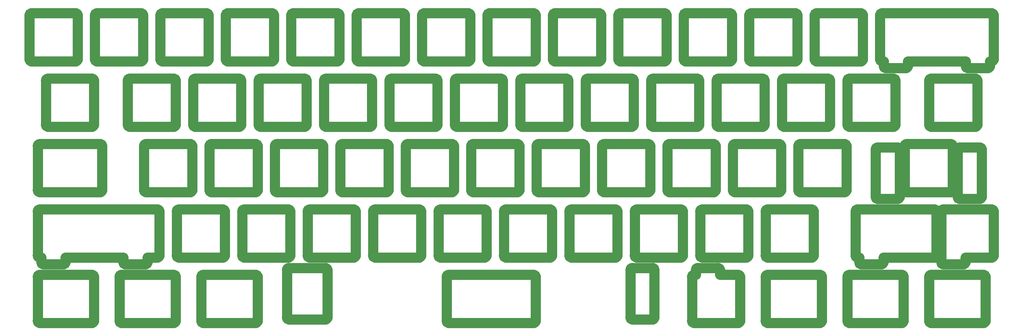
<source format=gbr>
%TF.GenerationSoftware,KiCad,Pcbnew,(5.1.11)-1*%
%TF.CreationDate,2022-09-03T23:45:10+07:00*%
%TF.ProjectId,Plate,506c6174-652e-46b6-9963-61645f706362,rev?*%
%TF.SameCoordinates,Original*%
%TF.FileFunction,Soldermask,Bot*%
%TF.FilePolarity,Negative*%
%FSLAX46Y46*%
G04 Gerber Fmt 4.6, Leading zero omitted, Abs format (unit mm)*
G04 Created by KiCad (PCBNEW (5.1.11)-1) date 2022-09-03 23:45:10*
%MOMM*%
%LPD*%
G01*
G04 APERTURE LIST*
%ADD10C,3.000000*%
G04 APERTURE END LIST*
D10*
X5406250Y-92725000D02*
G75*
G02*
X4906250Y-92225000I0J500000D01*
G01*
X195406250Y-79225000D02*
G75*
G02*
X195906250Y-78725000I500000J0D01*
G01*
X195406250Y-92225000D02*
X195406250Y-79225000D01*
X195906250Y-92725000D02*
G75*
G02*
X195406250Y-92225000I0J500000D01*
G01*
X208906250Y-92725000D02*
X195906250Y-92725000D01*
X209406250Y-92225000D02*
G75*
G02*
X208906250Y-92725000I-500000J0D01*
G01*
X209406250Y-79225000D02*
X209406250Y-92225000D01*
X208906250Y-78725000D02*
G75*
G02*
X209406250Y-79225000I0J-500000D01*
G01*
X203525000Y-78725000D02*
X208906250Y-78725000D01*
X203525000Y-77225000D02*
X203525000Y-78725000D01*
X203025000Y-76725000D02*
G75*
G02*
X203525000Y-77225000I0J-500000D01*
G01*
X197025000Y-76725000D02*
X203025000Y-76725000D01*
X196525000Y-77225000D02*
G75*
G02*
X197025000Y-76725000I500000J0D01*
G01*
X196525000Y-78725000D02*
X196525000Y-77225000D01*
X195906250Y-78725000D02*
X196525000Y-78725000D01*
X177968750Y-91725000D02*
G75*
G02*
X177468750Y-91225000I0J500000D01*
G01*
X183968750Y-91725000D02*
X177968750Y-91725000D01*
X184468750Y-91225000D02*
G75*
G02*
X183968750Y-91725000I-500000J0D01*
G01*
X184468750Y-77225000D02*
X184468750Y-91225000D01*
X183968750Y-76725000D02*
G75*
G02*
X184468750Y-77225000I0J-500000D01*
G01*
X177968750Y-76725000D02*
X183968750Y-76725000D01*
X177468750Y-77225000D02*
G75*
G02*
X177968750Y-76725000I500000J0D01*
G01*
X177468750Y-91225000D02*
X177468750Y-77225000D01*
X89225000Y-91225000D02*
G75*
G02*
X88725000Y-91725000I-500000J0D01*
G01*
X89225000Y-77225000D02*
X89225000Y-91225000D01*
X88725000Y-76725000D02*
G75*
G02*
X89225000Y-77225000I0J-500000D01*
G01*
X77968750Y-76725000D02*
X88725000Y-76725000D01*
X77468750Y-77225000D02*
G75*
G02*
X77968750Y-76725000I500000J0D01*
G01*
X77468750Y-91225000D02*
X77468750Y-77225000D01*
X77968750Y-91725000D02*
G75*
G02*
X77468750Y-91225000I0J500000D01*
G01*
X88725000Y-91725000D02*
X77968750Y-91725000D01*
X173975000Y-3024999D02*
G75*
G02*
X174475000Y-2524999I500000J0D01*
G01*
X173975000Y-16024999D02*
X173975000Y-3025000D01*
X174474999Y-16525000D02*
G75*
G02*
X173975000Y-16024999I1J500000D01*
G01*
X187475000Y-16525000D02*
X174475000Y-16525000D01*
X187975001Y-16024999D02*
G75*
G02*
X187475000Y-16525000I-500001J0D01*
G01*
X187975000Y-3025000D02*
X187975000Y-16024999D01*
X187475001Y-2524999D02*
G75*
G02*
X187975000Y-3025000I-1J-500000D01*
G01*
X174475000Y-2524999D02*
X187475000Y-2524999D01*
X212075000Y-3024999D02*
G75*
G02*
X212575000Y-2524999I500000J0D01*
G01*
X212075000Y-16024999D02*
X212075000Y-3025000D01*
X212574999Y-16525000D02*
G75*
G02*
X212075000Y-16024999I1J500000D01*
G01*
X225575000Y-16525000D02*
X212575000Y-16525000D01*
X226075001Y-16024999D02*
G75*
G02*
X225575000Y-16525000I-500001J0D01*
G01*
X226075000Y-3025000D02*
X226075000Y-16024999D01*
X225575001Y-2524999D02*
G75*
G02*
X226075000Y-3025000I-1J-500000D01*
G01*
X212575000Y-2524999D02*
X225575000Y-2524999D01*
X7287500Y-22075000D02*
G75*
G02*
X7787500Y-21575000I500000J0D01*
G01*
X7287500Y-35075000D02*
X7287500Y-22074999D01*
X7787500Y-35575000D02*
G75*
G02*
X7287500Y-35075000I0J500000D01*
G01*
X20787500Y-35575000D02*
X7787500Y-35575000D01*
X21287500Y-35075000D02*
G75*
G02*
X20787500Y-35575000I-500000J0D01*
G01*
X21287500Y-22075000D02*
X21287500Y-35075000D01*
X20787500Y-21575000D02*
G75*
G02*
X21287500Y-22075000I0J-500000D01*
G01*
X7787500Y-21575000D02*
X20787500Y-21575000D01*
X193025000Y-3024999D02*
G75*
G02*
X193525000Y-2524999I500000J0D01*
G01*
X193025000Y-16024999D02*
X193025000Y-3025000D01*
X193524999Y-16525000D02*
G75*
G02*
X193025000Y-16024999I1J500000D01*
G01*
X206525000Y-16525000D02*
X193525000Y-16525000D01*
X207025001Y-16024999D02*
G75*
G02*
X206525000Y-16525000I-500001J0D01*
G01*
X207025000Y-3025000D02*
X207025000Y-16024999D01*
X206525001Y-2524999D02*
G75*
G02*
X207025000Y-3025000I-1J-500000D01*
G01*
X193525000Y-2524999D02*
X206525000Y-2524999D01*
X231125000Y-3024999D02*
G75*
G02*
X231625000Y-2524999I500000J0D01*
G01*
X231125000Y-16024999D02*
X231125000Y-3025000D01*
X231624999Y-16525000D02*
G75*
G02*
X231125000Y-16024999I1J500000D01*
G01*
X244625000Y-16525000D02*
X231625000Y-16525000D01*
X245125001Y-16024999D02*
G75*
G02*
X244625000Y-16525000I-500001J0D01*
G01*
X245125000Y-3025000D02*
X245125000Y-16024999D01*
X244625001Y-2524999D02*
G75*
G02*
X245125000Y-3025000I-1J-500000D01*
G01*
X231625000Y-2524999D02*
X244625000Y-2524999D01*
X282725001Y-2524999D02*
G75*
G02*
X283225000Y-3025000I-1J-500000D01*
G01*
X250675000Y-2525000D02*
X282725000Y-2524999D01*
X250175000Y-3025000D02*
G75*
G02*
X250675000Y-2525000I500000J0D01*
G01*
X250175000Y-16024999D02*
X250175000Y-3025000D01*
X250674999Y-16525000D02*
G75*
G02*
X250175000Y-16024999I1J500000D01*
G01*
X251262000Y-16524999D02*
X250675000Y-16525000D01*
X251262000Y-18025000D02*
X251262000Y-16524999D01*
X251762000Y-18525000D02*
G75*
G02*
X251262000Y-18025000I0J500000D01*
G01*
X257762000Y-18525000D02*
X251762000Y-18525000D01*
X258262000Y-18025000D02*
G75*
G02*
X257762000Y-18525000I-500000J0D01*
G01*
X258262000Y-16524999D02*
X258262000Y-18025000D01*
X275138000Y-16524999D02*
X258262000Y-16524999D01*
X275138000Y-18025000D02*
X275138000Y-16524999D01*
X275638001Y-18524999D02*
G75*
G02*
X275138000Y-18025000I-1J500000D01*
G01*
X281638000Y-18525000D02*
X275638000Y-18525000D01*
X282138000Y-18025000D02*
G75*
G02*
X281638000Y-18525000I-500000J0D01*
G01*
X282138000Y-16524999D02*
X282138000Y-18025000D01*
X282725000Y-16525000D02*
X282138000Y-16524999D01*
X283225001Y-16024999D02*
G75*
G02*
X282725000Y-16525000I-500001J0D01*
G01*
X283225000Y-3025000D02*
X283225000Y-16024999D01*
X154925000Y-3024999D02*
G75*
G02*
X155425000Y-2524999I500000J0D01*
G01*
X154925000Y-16024999D02*
X154925000Y-3025000D01*
X155424999Y-16525000D02*
G75*
G02*
X154925000Y-16024999I1J500000D01*
G01*
X168425000Y-16525000D02*
X155425000Y-16525000D01*
X168925001Y-16024999D02*
G75*
G02*
X168425000Y-16525000I-500001J0D01*
G01*
X168925000Y-3025000D02*
X168925000Y-16024999D01*
X168425001Y-2524999D02*
G75*
G02*
X168925000Y-3025000I-1J-500000D01*
G01*
X155425000Y-2524999D02*
X168425000Y-2524999D01*
X135875000Y-3024999D02*
G75*
G02*
X136375000Y-2524999I500000J0D01*
G01*
X135875000Y-16024999D02*
X135875000Y-3025000D01*
X136374999Y-16525000D02*
G75*
G02*
X135875000Y-16024999I1J500000D01*
G01*
X149375000Y-16525000D02*
X136375000Y-16525000D01*
X149875001Y-16024999D02*
G75*
G02*
X149375000Y-16525000I-500001J0D01*
G01*
X149875000Y-3025000D02*
X149875000Y-16024999D01*
X149375001Y-2524999D02*
G75*
G02*
X149875000Y-3025000I-1J-500000D01*
G01*
X136375000Y-2524999D02*
X149375000Y-2524999D01*
X116825000Y-3024999D02*
G75*
G02*
X117325000Y-2524999I500000J0D01*
G01*
X116825000Y-16024999D02*
X116825000Y-3025000D01*
X117324999Y-16525000D02*
G75*
G02*
X116825000Y-16024999I1J500000D01*
G01*
X130324999Y-16525000D02*
X117325000Y-16525000D01*
X130825000Y-16024999D02*
G75*
G02*
X130324999Y-16525000I-500001J0D01*
G01*
X130824999Y-3025000D02*
X130824999Y-16024999D01*
X130325000Y-2524999D02*
G75*
G02*
X130824999Y-3025000I-1J-500000D01*
G01*
X117325000Y-2524999D02*
X130324999Y-2524999D01*
X97775000Y-3024999D02*
G75*
G02*
X98275000Y-2524999I500000J0D01*
G01*
X97775000Y-16024999D02*
X97775000Y-3025000D01*
X98274999Y-16525000D02*
G75*
G02*
X97775000Y-16024999I1J500000D01*
G01*
X111275000Y-16525000D02*
X98275000Y-16525000D01*
X111775001Y-16024999D02*
G75*
G02*
X111275000Y-16525000I-500001J0D01*
G01*
X111775000Y-3025000D02*
X111775000Y-16024999D01*
X111275000Y-2525000D02*
G75*
G02*
X111775000Y-3025000I0J-500000D01*
G01*
X98275000Y-2524999D02*
X111275000Y-2524999D01*
X40624999Y-3025000D02*
G75*
G02*
X41125000Y-2524999I500001J0D01*
G01*
X40625000Y-16024999D02*
X40624999Y-3025000D01*
X41125000Y-16524999D02*
G75*
G02*
X40625000Y-16024999I0J500000D01*
G01*
X54125000Y-16525000D02*
X41125000Y-16524999D01*
X54625000Y-16025000D02*
G75*
G02*
X54125000Y-16525000I-500000J0D01*
G01*
X54625000Y-3025000D02*
X54625000Y-16024999D01*
X54125001Y-2524999D02*
G75*
G02*
X54625000Y-3025000I-1J-500000D01*
G01*
X41125000Y-2524999D02*
X54125000Y-2525000D01*
X78725000Y-3024999D02*
G75*
G02*
X79225000Y-2524999I500000J0D01*
G01*
X78725000Y-16024999D02*
X78725000Y-3025000D01*
X79225000Y-16524999D02*
G75*
G02*
X78725000Y-16024999I0J500000D01*
G01*
X92225000Y-16525000D02*
X79225000Y-16524999D01*
X92725001Y-16024999D02*
G75*
G02*
X92225000Y-16525000I-500001J0D01*
G01*
X92725000Y-3025000D02*
X92725000Y-16024999D01*
X92225000Y-2525000D02*
G75*
G02*
X92725000Y-3025000I0J-500000D01*
G01*
X79225000Y-2524999D02*
X92225000Y-2524999D01*
X59675000Y-3024999D02*
G75*
G02*
X60175000Y-2524999I500000J0D01*
G01*
X59675000Y-16024999D02*
X59675000Y-3025000D01*
X60174999Y-16525000D02*
G75*
G02*
X59675000Y-16024999I1J500000D01*
G01*
X73175000Y-16525000D02*
X60175000Y-16524999D01*
X73675001Y-16024999D02*
G75*
G02*
X73175000Y-16525000I-500001J0D01*
G01*
X73675000Y-3025000D02*
X73675000Y-16024999D01*
X73175000Y-2525000D02*
G75*
G02*
X73675000Y-3025000I0J-500000D01*
G01*
X60175000Y-2524999D02*
X73175000Y-2525000D01*
X21575000Y-3024999D02*
G75*
G02*
X22075000Y-2524999I500000J0D01*
G01*
X21575000Y-16024999D02*
X21574999Y-3025000D01*
X22075000Y-16524999D02*
G75*
G02*
X21575000Y-16024999I0J500000D01*
G01*
X35075000Y-16525000D02*
X22075000Y-16524999D01*
X35575001Y-16024999D02*
G75*
G02*
X35075000Y-16525000I-500001J0D01*
G01*
X35575000Y-3025000D02*
X35575000Y-16024999D01*
X35075000Y-2525000D02*
G75*
G02*
X35575000Y-3025000I0J-500000D01*
G01*
X22075000Y-2524999D02*
X35075000Y-2525000D01*
X102537500Y-60175000D02*
G75*
G02*
X103037500Y-59675000I500000J0D01*
G01*
X102537500Y-73175000D02*
X102537500Y-60175000D01*
X103037500Y-73675000D02*
G75*
G02*
X102537500Y-73175000I0J500000D01*
G01*
X116037500Y-73675000D02*
X103037500Y-73675000D01*
X116537500Y-73175000D02*
G75*
G02*
X116037500Y-73675000I-500000J0D01*
G01*
X116537500Y-60175000D02*
X116537500Y-73175000D01*
X116037500Y-59675000D02*
G75*
G02*
X116537500Y-60175000I0J-500000D01*
G01*
X103037500Y-59675000D02*
X116037500Y-59675000D01*
X2524999Y-3025000D02*
G75*
G02*
X3025000Y-2524999I500001J0D01*
G01*
X2525000Y-16024999D02*
X2524999Y-3025000D01*
X3025000Y-16524999D02*
G75*
G02*
X2525000Y-16024999I0J500000D01*
G01*
X16024999Y-16525000D02*
X3025000Y-16525000D01*
X16525000Y-16024999D02*
G75*
G02*
X16024999Y-16525000I-500001J0D01*
G01*
X16525000Y-3025000D02*
X16525000Y-16024999D01*
X16024999Y-2524999D02*
G75*
G02*
X16525000Y-3025000I0J-500001D01*
G01*
X3025000Y-2524999D02*
X16024999Y-2524999D01*
X178737500Y-60175000D02*
G75*
G02*
X179237500Y-59675000I500000J0D01*
G01*
X178737500Y-73175000D02*
X178737500Y-60175000D01*
X179237500Y-73675000D02*
G75*
G02*
X178737500Y-73175000I0J500000D01*
G01*
X192237500Y-73675000D02*
X179237500Y-73675000D01*
X192737501Y-73174999D02*
G75*
G02*
X192237500Y-73675000I-500001J0D01*
G01*
X192737500Y-60175000D02*
X192737500Y-73175000D01*
X192237500Y-59675000D02*
G75*
G02*
X192737500Y-60175000I0J-500000D01*
G01*
X179237500Y-59675000D02*
X192237500Y-59675000D01*
X64437500Y-60175000D02*
G75*
G02*
X64937500Y-59675000I500000J0D01*
G01*
X64437500Y-73175000D02*
X64437500Y-60175000D01*
X64937500Y-73675000D02*
G75*
G02*
X64437500Y-73175000I0J500000D01*
G01*
X77937500Y-73675000D02*
X64937500Y-73675000D01*
X78437500Y-73175000D02*
G75*
G02*
X77937500Y-73675000I-500000J0D01*
G01*
X78437500Y-60175000D02*
X78437500Y-73175000D01*
X77937500Y-59675000D02*
G75*
G02*
X78437500Y-60175000I0J-500000D01*
G01*
X64937500Y-59675000D02*
X77937500Y-59675000D01*
X140637500Y-60175000D02*
G75*
G02*
X141137500Y-59675000I500000J0D01*
G01*
X140637500Y-73175000D02*
X140637500Y-60175000D01*
X141137500Y-73675000D02*
G75*
G02*
X140637500Y-73175000I0J500000D01*
G01*
X154137500Y-73675000D02*
X141137500Y-73675000D01*
X154637501Y-73174999D02*
G75*
G02*
X154137500Y-73675000I-500001J0D01*
G01*
X154637500Y-60175000D02*
X154637500Y-73175000D01*
X154137500Y-59675000D02*
G75*
G02*
X154637500Y-60175000I0J-500000D01*
G01*
X141137500Y-59675000D02*
X154137500Y-59675000D01*
X58887500Y-59675000D02*
G75*
G02*
X59387500Y-60175000I0J-500000D01*
G01*
X45887500Y-59675000D02*
X58887500Y-59675000D01*
X45387500Y-60175000D02*
G75*
G02*
X45887500Y-59675000I500000J0D01*
G01*
X45387500Y-73175000D02*
X45387500Y-60175000D01*
X45887500Y-73675000D02*
G75*
G02*
X45387500Y-73175000I0J500000D01*
G01*
X58887500Y-73675000D02*
X45887500Y-73675000D01*
X59387500Y-73175000D02*
G75*
G02*
X58887500Y-73675000I-500000J0D01*
G01*
X59387500Y-60175000D02*
X59387500Y-73175000D01*
X159687500Y-60175000D02*
G75*
G02*
X160187500Y-59675000I500000J0D01*
G01*
X159687500Y-73175000D02*
X159687500Y-60175000D01*
X160187500Y-73675000D02*
G75*
G02*
X159687500Y-73175000I0J500000D01*
G01*
X173187500Y-73675000D02*
X160187500Y-73675000D01*
X173687501Y-73174999D02*
G75*
G02*
X173187500Y-73675000I-500001J0D01*
G01*
X173687500Y-60175000D02*
X173687500Y-73175000D01*
X173187500Y-59675000D02*
G75*
G02*
X173687500Y-60175000I0J-500000D01*
G01*
X160187500Y-59675000D02*
X173187500Y-59675000D01*
X121587500Y-60175000D02*
G75*
G02*
X122087500Y-59675000I500000J0D01*
G01*
X121587500Y-73175000D02*
X121587500Y-60175000D01*
X122087500Y-73675000D02*
G75*
G02*
X121587500Y-73175000I0J500000D01*
G01*
X135087500Y-73675000D02*
X122087500Y-73675000D01*
X135587500Y-73175000D02*
G75*
G02*
X135087500Y-73675000I-500000J0D01*
G01*
X135587500Y-60175000D02*
X135587500Y-73175000D01*
X135087500Y-59675000D02*
G75*
G02*
X135587500Y-60175000I0J-500000D01*
G01*
X122087500Y-59675000D02*
X135087500Y-59675000D01*
X197787500Y-60175000D02*
G75*
G02*
X198287500Y-59675000I500000J0D01*
G01*
X197787500Y-73175000D02*
X197787500Y-60175000D01*
X198287500Y-73675000D02*
G75*
G02*
X197787500Y-73175000I0J500000D01*
G01*
X211287500Y-73675000D02*
X198287500Y-73675000D01*
X211787501Y-73174999D02*
G75*
G02*
X211287500Y-73675000I-500001J0D01*
G01*
X211787500Y-60175000D02*
X211787500Y-73175000D01*
X211287500Y-59675000D02*
G75*
G02*
X211787500Y-60175000I0J-500000D01*
G01*
X198287500Y-59675000D02*
X211287500Y-59675000D01*
X83487499Y-60174999D02*
G75*
G02*
X83987500Y-59675000I500000J-1D01*
G01*
X83487499Y-73175000D02*
X83487499Y-60175000D01*
X83987500Y-73675001D02*
G75*
G02*
X83487499Y-73175000I0J500001D01*
G01*
X96987500Y-73675000D02*
X83987500Y-73675000D01*
X97487500Y-73175000D02*
G75*
G02*
X96987500Y-73675000I-500000J0D01*
G01*
X97487500Y-60175000D02*
X97487500Y-73175000D01*
X96987500Y-59675000D02*
G75*
G02*
X97487500Y-60175000I0J-500000D01*
G01*
X83987500Y-59675000D02*
X96987500Y-59675000D01*
X216837500Y-60175000D02*
G75*
G02*
X217337500Y-59675000I500000J0D01*
G01*
X216837500Y-73175000D02*
X216837500Y-60175000D01*
X217337500Y-73675000D02*
G75*
G02*
X216837500Y-73175000I0J500000D01*
G01*
X230337500Y-73675000D02*
X217337500Y-73675000D01*
X230837501Y-73174999D02*
G75*
G02*
X230337500Y-73675000I-500001J0D01*
G01*
X230837500Y-60175000D02*
X230837500Y-73175000D01*
X230337500Y-59675000D02*
G75*
G02*
X230837500Y-60175000I0J-500000D01*
G01*
X217337500Y-59675000D02*
X230337500Y-59675000D01*
X280843750Y-92225000D02*
G75*
G02*
X280343750Y-92725000I-500000J0D01*
G01*
X280843750Y-79225000D02*
X280843750Y-92225000D01*
X280343750Y-78725000D02*
G75*
G02*
X280843750Y-79225000I0J-500000D01*
G01*
X264962499Y-78725000D02*
X280343750Y-78725000D01*
X264462499Y-79225000D02*
G75*
G02*
X264962499Y-78725000I500000J0D01*
G01*
X264462499Y-92225000D02*
X264462499Y-79225000D01*
X264962499Y-92725000D02*
G75*
G02*
X264462499Y-92225000I0J500000D01*
G01*
X280343750Y-92725000D02*
X264962499Y-92725000D01*
X149375000Y-78725000D02*
G75*
G02*
X149875000Y-79225000I0J-500000D01*
G01*
X124468750Y-78725000D02*
X149375000Y-78725000D01*
X123968750Y-79225000D02*
G75*
G02*
X124468750Y-78725000I500000J0D01*
G01*
X123968750Y-92225000D02*
X123968750Y-79225000D01*
X124468750Y-92725000D02*
G75*
G02*
X123968750Y-92225000I0J500000D01*
G01*
X149375000Y-92725000D02*
X124468750Y-92725000D01*
X149875000Y-92225000D02*
G75*
G02*
X149375000Y-92725000I-500000J0D01*
G01*
X149875000Y-79225000D02*
X149875000Y-92225000D01*
X256531250Y-78725000D02*
G75*
G02*
X257031250Y-79225000I0J-500000D01*
G01*
X241150000Y-78725000D02*
X256531250Y-78725000D01*
X240650000Y-79225000D02*
G75*
G02*
X241150000Y-78725000I500000J0D01*
G01*
X240650000Y-92225000D02*
X240650000Y-79225000D01*
X241150001Y-92724999D02*
G75*
G02*
X240650000Y-92225000I-1J500000D01*
G01*
X256531250Y-92725000D02*
X241150000Y-92725000D01*
X257031251Y-92224999D02*
G75*
G02*
X256531250Y-92725000I-500001J0D01*
G01*
X257031250Y-79225000D02*
X257031250Y-92225000D01*
X232718750Y-78725000D02*
G75*
G02*
X233218750Y-79225000I0J-500000D01*
G01*
X217337500Y-78725000D02*
X232718750Y-78725000D01*
X216837500Y-79225000D02*
G75*
G02*
X217337500Y-78725000I500000J0D01*
G01*
X216837500Y-92225000D02*
X216837500Y-79225000D01*
X217337500Y-92725000D02*
G75*
G02*
X216837500Y-92225000I0J500000D01*
G01*
X232718750Y-92725000D02*
X217337500Y-92725000D01*
X233218751Y-92224999D02*
G75*
G02*
X232718750Y-92725000I-500001J0D01*
G01*
X233218750Y-79225000D02*
X233218750Y-92225000D01*
X28718750Y-79225000D02*
G75*
G02*
X29218750Y-78725000I500000J0D01*
G01*
X28718750Y-92225000D02*
X28718750Y-79225000D01*
X29218750Y-92725000D02*
G75*
G02*
X28718750Y-92225000I0J500000D01*
G01*
X44600000Y-92725000D02*
X29218750Y-92725000D01*
X45100000Y-92225000D02*
G75*
G02*
X44600000Y-92725000I-500000J0D01*
G01*
X45099999Y-79225000D02*
X45100000Y-92225000D01*
X44599999Y-78725000D02*
G75*
G02*
X45099999Y-79225000I0J-500000D01*
G01*
X29218750Y-78725000D02*
X44600000Y-78725000D01*
X4906250Y-79225000D02*
G75*
G02*
X5406250Y-78725000I500000J0D01*
G01*
X4906250Y-92225000D02*
X4906250Y-79225000D01*
X20787500Y-92725000D02*
X5406249Y-92725000D01*
X21287499Y-92224999D02*
G75*
G02*
X20787500Y-92725000I-500000J-1D01*
G01*
X21287500Y-79225000D02*
X21287500Y-92225000D01*
X20787500Y-78725000D02*
G75*
G02*
X21287500Y-79225000I0J-500000D01*
G01*
X5406250Y-78725000D02*
X20787500Y-78725000D01*
X52531250Y-79225000D02*
G75*
G02*
X53031250Y-78725000I500000J0D01*
G01*
X52531250Y-92225000D02*
X52531250Y-79225000D01*
X53031250Y-92725000D02*
G75*
G02*
X52531250Y-92225000I0J500000D01*
G01*
X68412500Y-92725000D02*
X53031250Y-92725000D01*
X68912500Y-92224998D02*
G75*
G02*
X68412500Y-92725000I-500001J-1D01*
G01*
X68912500Y-79225000D02*
X68912500Y-92225000D01*
X68412500Y-78725000D02*
G75*
G02*
X68912500Y-79225000I0J-500000D01*
G01*
X53031250Y-78725000D02*
X68412500Y-78725000D01*
X267994250Y-60066129D02*
X267994250Y-73044085D01*
X267994251Y-60066129D02*
G75*
G02*
X268482742Y-59675000I488002J-108870D01*
G01*
X282725000Y-59675000D02*
X268482742Y-59675000D01*
X282725000Y-59675000D02*
G75*
G02*
X283225000Y-60175000I0J-500000D01*
G01*
X283225000Y-73175000D02*
X283225000Y-60175000D01*
X283225000Y-73175000D02*
G75*
G02*
X282725000Y-73675000I-500000J0D01*
G01*
X274994250Y-73675000D02*
X282725000Y-73675000D01*
X274994250Y-75175000D02*
X274994250Y-73675000D01*
X274994250Y-75175000D02*
G75*
G02*
X274494250Y-75675000I-500000J0D01*
G01*
X268494250Y-75675000D02*
X274494250Y-75675000D01*
X268494250Y-75675000D02*
G75*
G02*
X267994250Y-75175000I0J500000D01*
G01*
X267994250Y-73305914D02*
X267994250Y-75175000D01*
X267994250Y-73305913D02*
G75*
G02*
X267994250Y-73044085I482557J130913D01*
G01*
X243031250Y-60175000D02*
G75*
G02*
X243531250Y-59675000I500000J0D01*
G01*
X243031250Y-73175000D02*
X243031250Y-60175000D01*
X243531250Y-73675000D02*
G75*
G02*
X243031250Y-73175000I0J500000D01*
G01*
X244118250Y-73675000D02*
X243531250Y-73675000D01*
X244118250Y-75175000D02*
X244118250Y-73675000D01*
X244618250Y-75675000D02*
G75*
G02*
X244118250Y-75175000I0J500000D01*
G01*
X250618250Y-75675000D02*
X244618250Y-75675000D01*
X251118250Y-75175000D02*
G75*
G02*
X250618250Y-75675000I-500000J0D01*
G01*
X251118250Y-73675000D02*
X251118250Y-75175000D01*
X266056249Y-73675000D02*
X251118250Y-73675000D01*
X266556249Y-73175000D02*
G75*
G02*
X266056249Y-73675000I-500000J0D01*
G01*
X266556249Y-60175000D02*
X266556249Y-73175000D01*
X266056249Y-59675000D02*
G75*
G02*
X266556249Y-60175000I0J-500000D01*
G01*
X243531250Y-59675000D02*
X266056249Y-59675000D01*
X40337499Y-73174999D02*
G75*
G02*
X39837500Y-73675000I-500000J-1D01*
G01*
X40337500Y-60175000D02*
X40337499Y-73175000D01*
X39837500Y-59675000D02*
G75*
G02*
X40337500Y-60175000I0J-500000D01*
G01*
X5406250Y-59675000D02*
X39837500Y-59675000D01*
X4906249Y-60174999D02*
G75*
G02*
X5406250Y-59675000I500000J-1D01*
G01*
X4906250Y-73175000D02*
X4906250Y-60175000D01*
X5406250Y-73675000D02*
G75*
G02*
X4906250Y-73175000I0J500000D01*
G01*
X5993250Y-73675000D02*
X5406250Y-73675000D01*
X5993250Y-75175000D02*
X5993250Y-73675000D01*
X6493250Y-75675000D02*
G75*
G02*
X5993250Y-75175000I0J500000D01*
G01*
X12493250Y-75675000D02*
X6493250Y-75675000D01*
X12993250Y-75175000D02*
G75*
G02*
X12493250Y-75675000I-500000J0D01*
G01*
X12993250Y-73675000D02*
X12993249Y-75175000D01*
X29869250Y-73675000D02*
X12993250Y-73675000D01*
X29869250Y-75175000D02*
X29869250Y-73675000D01*
X30369250Y-75675000D02*
G75*
G02*
X29869250Y-75175000I0J500000D01*
G01*
X36369250Y-75675000D02*
X30369250Y-75675000D01*
X36869250Y-75175000D02*
G75*
G02*
X36369250Y-75675000I-500000J0D01*
G01*
X36869250Y-73675000D02*
X36869250Y-75175000D01*
X39837500Y-73675000D02*
X36869250Y-73675000D01*
X272756750Y-42125000D02*
G75*
G02*
X273256750Y-41625000I500000J0D01*
G01*
X272756750Y-56125000D02*
X272756750Y-42125000D01*
X273256750Y-56625000D02*
G75*
G02*
X272756750Y-56125000I0J500000D01*
G01*
X279256750Y-56625000D02*
X273256750Y-56625000D01*
X279756750Y-56125000D02*
G75*
G02*
X279256750Y-56625000I-500000J0D01*
G01*
X279756750Y-42125000D02*
X279756750Y-56125000D01*
X279256750Y-41625000D02*
G75*
G02*
X279756750Y-42125000I0J-500000D01*
G01*
X273256750Y-41625000D02*
X279256750Y-41625000D01*
X182712500Y-40625000D02*
X169712500Y-40625000D01*
X182712500Y-40625000D02*
G75*
G02*
X183212500Y-41125000I0J-500000D01*
G01*
X183212500Y-54125000D02*
X183212500Y-41125000D01*
X183212500Y-54125000D02*
G75*
G02*
X182712500Y-54625000I-500000J0D01*
G01*
X169712500Y-54625000D02*
X182712500Y-54625000D01*
X169712500Y-54625000D02*
G75*
G02*
X169212500Y-54125000I0J500000D01*
G01*
X169212500Y-41125000D02*
X169212500Y-54125000D01*
X169212500Y-41125000D02*
G75*
G02*
X169712500Y-40625000I500000J0D01*
G01*
X163662500Y-40625000D02*
G75*
G02*
X164162500Y-41125000I0J-500000D01*
G01*
X150662500Y-40625000D02*
X163662500Y-40624999D01*
X150162500Y-41125000D02*
G75*
G02*
X150662500Y-40625000I500000J0D01*
G01*
X150162500Y-54125000D02*
X150162500Y-41125000D01*
X150662500Y-54625000D02*
G75*
G02*
X150162500Y-54125000I0J500000D01*
G01*
X163662500Y-54625000D02*
X150662500Y-54625000D01*
X164162500Y-54125000D02*
G75*
G02*
X163662500Y-54625000I-500000J0D01*
G01*
X164162500Y-41125000D02*
X164162500Y-54125000D01*
X255380750Y-41625000D02*
G75*
G02*
X255880750Y-42125000I0J-500000D01*
G01*
X249380750Y-41625000D02*
X255380750Y-41625000D01*
X248880750Y-42125000D02*
G75*
G02*
X249380750Y-41625000I500000J0D01*
G01*
X248880750Y-56125000D02*
X248880750Y-42125000D01*
X249380750Y-56625000D02*
G75*
G02*
X248880750Y-56125000I0J500000D01*
G01*
X255380750Y-56625000D02*
X249380750Y-56625000D01*
X255880750Y-56125000D02*
G75*
G02*
X255380750Y-56625000I-500000J0D01*
G01*
X255880750Y-42125000D02*
X255880750Y-56125000D01*
X201762500Y-40625000D02*
G75*
G02*
X202262500Y-41125000I0J-500000D01*
G01*
X188762500Y-40625000D02*
X201762500Y-40624999D01*
X188262500Y-41125000D02*
G75*
G02*
X188762500Y-40625000I500000J0D01*
G01*
X188262500Y-54125000D02*
X188262500Y-41125000D01*
X188762500Y-54625000D02*
G75*
G02*
X188262500Y-54125000I0J500000D01*
G01*
X201762500Y-54625000D02*
X188762500Y-54625000D01*
X202262500Y-54125000D02*
G75*
G02*
X201762500Y-54625000I-500000J0D01*
G01*
X202262500Y-41125000D02*
X202262500Y-54125000D01*
X207312500Y-41125000D02*
G75*
G02*
X207812500Y-40625000I500000J0D01*
G01*
X207312500Y-54125000D02*
X207312500Y-41125000D01*
X207812500Y-54625000D02*
G75*
G02*
X207312500Y-54125000I0J500000D01*
G01*
X220812500Y-54625000D02*
X207812500Y-54625000D01*
X221312500Y-54125000D02*
G75*
G02*
X220812500Y-54625000I-500000J0D01*
G01*
X221312500Y-41125000D02*
X221312500Y-54125000D01*
X220812500Y-40625000D02*
G75*
G02*
X221312500Y-41125000I0J-500000D01*
G01*
X207812500Y-40625000D02*
X220812500Y-40624999D01*
X239862500Y-40625000D02*
X226862500Y-40625000D01*
X239862500Y-40625000D02*
G75*
G02*
X240362500Y-41125000I0J-500000D01*
G01*
X240362500Y-54125000D02*
X240362500Y-41125000D01*
X240362500Y-54125000D02*
G75*
G02*
X239862500Y-54625000I-500000J0D01*
G01*
X226862500Y-54625000D02*
X239862500Y-54625000D01*
X226862500Y-54625000D02*
G75*
G02*
X226362500Y-54125000I0J500000D01*
G01*
X226362500Y-41125000D02*
X226362500Y-54125000D01*
X226362500Y-41125000D02*
G75*
G02*
X226862500Y-40625000I500000J0D01*
G01*
X257318750Y-41125000D02*
G75*
G02*
X257818750Y-40625000I500000J0D01*
G01*
X257318750Y-54125000D02*
X257318750Y-41125000D01*
X257818750Y-54625000D02*
G75*
G02*
X257318750Y-54125000I0J500000D01*
G01*
X270818750Y-54625000D02*
X257818750Y-54625000D01*
X271318750Y-54125000D02*
G75*
G02*
X270818750Y-54625000I-500000J0D01*
G01*
X271318750Y-41125000D02*
X271318750Y-54125000D01*
X270818750Y-40625000D02*
G75*
G02*
X271318750Y-41125000I0J-500000D01*
G01*
X257818750Y-40625000D02*
X270818750Y-40624999D01*
X131112500Y-41125000D02*
G75*
G02*
X131612500Y-40625000I500000J0D01*
G01*
X131112500Y-54125000D02*
X131112500Y-41125000D01*
X131612500Y-54625000D02*
G75*
G02*
X131112500Y-54125000I0J500000D01*
G01*
X144612500Y-54625000D02*
X131612500Y-54625000D01*
X145112500Y-54125000D02*
G75*
G02*
X144612500Y-54625000I-500000J0D01*
G01*
X145112500Y-41125000D02*
X145112500Y-54125000D01*
X144612500Y-40625000D02*
G75*
G02*
X145112500Y-41125000I0J-500000D01*
G01*
X131612500Y-40625000D02*
X144612500Y-40624999D01*
X49362500Y-40625000D02*
G75*
G02*
X49862500Y-41125000I0J-500000D01*
G01*
X36362500Y-40625000D02*
X49362500Y-40625000D01*
X35862500Y-41125000D02*
G75*
G02*
X36362500Y-40625000I500000J0D01*
G01*
X35862500Y-54125000D02*
X35862500Y-41125000D01*
X36362500Y-54625000D02*
G75*
G02*
X35862500Y-54125000I0J500000D01*
G01*
X49362500Y-54625000D02*
X36362500Y-54625000D01*
X49862500Y-54125000D02*
G75*
G02*
X49362500Y-54625000I-500000J0D01*
G01*
X49862500Y-41125000D02*
X49862500Y-54125000D01*
X4906250Y-41125000D02*
G75*
G02*
X5406250Y-40625000I500000J0D01*
G01*
X4906250Y-54125000D02*
X4906250Y-41125000D01*
X5406249Y-54624999D02*
G75*
G02*
X4906250Y-54125000I0J499999D01*
G01*
X23168750Y-54625000D02*
X5406249Y-54624999D01*
X23668750Y-54125000D02*
G75*
G02*
X23168750Y-54625000I-500000J0D01*
G01*
X23668750Y-41125000D02*
X23668750Y-54125000D01*
X23168750Y-40625000D02*
G75*
G02*
X23668750Y-41125000I0J-500000D01*
G01*
X5406250Y-40625000D02*
X23168750Y-40625000D01*
X93012499Y-41124999D02*
G75*
G02*
X93512500Y-40625000I500000J-1D01*
G01*
X93012499Y-54125000D02*
X93012499Y-41125000D01*
X93512499Y-54625000D02*
G75*
G02*
X93012499Y-54125000I0J500000D01*
G01*
X106512500Y-54625000D02*
X93512500Y-54625000D01*
X107012500Y-54125000D02*
G75*
G02*
X106512500Y-54625000I-500000J0D01*
G01*
X107012500Y-41125000D02*
X107012500Y-54125000D01*
X106512500Y-40625000D02*
G75*
G02*
X107012500Y-41125000I0J-500000D01*
G01*
X93512500Y-40625000D02*
X106512500Y-40624999D01*
X54912500Y-41125000D02*
G75*
G02*
X55412500Y-40625000I500000J0D01*
G01*
X54912500Y-54125000D02*
X54912500Y-41125000D01*
X55412500Y-54625000D02*
G75*
G02*
X54912500Y-54125000I0J500000D01*
G01*
X68412500Y-54625000D02*
X55412500Y-54625000D01*
X68912500Y-54125000D02*
G75*
G02*
X68412500Y-54625000I-500000J0D01*
G01*
X68912500Y-41125000D02*
X68912500Y-54125000D01*
X68412500Y-40625000D02*
G75*
G02*
X68912500Y-41125000I0J-500000D01*
G01*
X55412500Y-40625000D02*
X68412500Y-40625000D01*
X73962500Y-41125000D02*
G75*
G02*
X74462500Y-40625000I500000J0D01*
G01*
X73962500Y-54125000D02*
X73962500Y-41125000D01*
X74462500Y-54625000D02*
G75*
G02*
X73962500Y-54125000I0J500000D01*
G01*
X87462500Y-54625000D02*
X74462500Y-54625000D01*
X87962500Y-54125000D02*
G75*
G02*
X87462500Y-54625000I-500000J0D01*
G01*
X87962500Y-41125000D02*
X87962500Y-54125000D01*
X87462500Y-40625000D02*
G75*
G02*
X87962500Y-41125000I0J-500000D01*
G01*
X74462500Y-40625000D02*
X87462500Y-40624999D01*
X112062500Y-41125000D02*
G75*
G02*
X112562500Y-40625000I500000J0D01*
G01*
X112062500Y-54125000D02*
X112062500Y-41125000D01*
X112562500Y-54625000D02*
G75*
G02*
X112062500Y-54125000I0J500000D01*
G01*
X125562500Y-54625000D02*
X112562500Y-54625000D01*
X126062500Y-54125000D02*
G75*
G02*
X125562500Y-54625000I-500000J0D01*
G01*
X126062500Y-41125000D02*
X126062500Y-54125000D01*
X125562500Y-40625000D02*
G75*
G02*
X126062500Y-41125000I0J-500000D01*
G01*
X112562500Y-40625000D02*
X125562500Y-40624999D01*
X264462499Y-22075000D02*
G75*
G02*
X264962499Y-21575000I500000J0D01*
G01*
X264462499Y-35075000D02*
X264462499Y-22074999D01*
X264962499Y-35575000D02*
G75*
G02*
X264462499Y-35075000I0J500000D01*
G01*
X277962500Y-35575000D02*
X264962499Y-35575000D01*
X278462501Y-35074999D02*
G75*
G02*
X277962500Y-35575000I-500001J0D01*
G01*
X278462500Y-22075000D02*
X278462500Y-35075000D01*
X277962500Y-21575000D02*
G75*
G02*
X278462500Y-22075000I0J-500000D01*
G01*
X264962499Y-21575000D02*
X277962500Y-21574999D01*
X240650000Y-22075000D02*
G75*
G02*
X241150000Y-21575000I500000J0D01*
G01*
X240650000Y-35075000D02*
X240650000Y-22074999D01*
X241150001Y-35574999D02*
G75*
G02*
X240650000Y-35075000I-1J500000D01*
G01*
X254150000Y-35575000D02*
X241150000Y-35575000D01*
X254650000Y-35075000D02*
G75*
G02*
X254150000Y-35575000I-500000J0D01*
G01*
X254650000Y-22075000D02*
X254650000Y-35075000D01*
X254150001Y-21574999D02*
G75*
G02*
X254650000Y-22075000I-1J-500000D01*
G01*
X241150000Y-21575000D02*
X254150000Y-21574999D01*
X221600000Y-22075000D02*
G75*
G02*
X222100000Y-21575000I500000J0D01*
G01*
X221600000Y-35075000D02*
X221600000Y-22074999D01*
X222100001Y-35574999D02*
G75*
G02*
X221600000Y-35075000I-1J500000D01*
G01*
X235100000Y-35575000D02*
X222100000Y-35575000D01*
X235600000Y-35075000D02*
G75*
G02*
X235100000Y-35575000I-500000J0D01*
G01*
X235600000Y-22075000D02*
X235600000Y-35075000D01*
X235100001Y-21574999D02*
G75*
G02*
X235600000Y-22075000I-1J-500000D01*
G01*
X222100000Y-21575000D02*
X235100000Y-21574999D01*
X183500000Y-22075000D02*
G75*
G02*
X184000000Y-21575000I500000J0D01*
G01*
X183500000Y-35075000D02*
X183500000Y-22074999D01*
X184000001Y-35574999D02*
G75*
G02*
X183500000Y-35075000I-1J500000D01*
G01*
X197000000Y-35575000D02*
X184000000Y-35575000D01*
X197500000Y-35075000D02*
G75*
G02*
X197000000Y-35575000I-500000J0D01*
G01*
X197500000Y-22075000D02*
X197500000Y-35075000D01*
X197000001Y-21574999D02*
G75*
G02*
X197500000Y-22075000I-1J-500000D01*
G01*
X184000000Y-21575000D02*
X197000000Y-21574999D01*
X202550000Y-22075000D02*
G75*
G02*
X203050000Y-21575000I500000J0D01*
G01*
X202550000Y-35075000D02*
X202550000Y-22074999D01*
X203050001Y-35574999D02*
G75*
G02*
X202550000Y-35075000I-1J500000D01*
G01*
X216050000Y-35575000D02*
X203050000Y-35575000D01*
X216550000Y-35075000D02*
G75*
G02*
X216050000Y-35575000I-500000J0D01*
G01*
X216550000Y-22075000D02*
X216550000Y-35075000D01*
X216050001Y-21574999D02*
G75*
G02*
X216550000Y-22075000I-1J-500000D01*
G01*
X203050000Y-21575000D02*
X216050000Y-21574999D01*
X164450000Y-22075000D02*
G75*
G02*
X164950000Y-21575000I500000J0D01*
G01*
X164450000Y-35075000D02*
X164450000Y-22074999D01*
X164950001Y-35574999D02*
G75*
G02*
X164450000Y-35075000I-1J500000D01*
G01*
X177950000Y-35575000D02*
X164950000Y-35575000D01*
X178450000Y-35075000D02*
G75*
G02*
X177950000Y-35575000I-500000J0D01*
G01*
X178450000Y-22075000D02*
X178450000Y-35075000D01*
X177950001Y-21574999D02*
G75*
G02*
X178450000Y-22075000I-1J-500000D01*
G01*
X164950000Y-21575000D02*
X177950000Y-21574999D01*
X145400001Y-22074999D02*
G75*
G02*
X145900000Y-21575000I499999J0D01*
G01*
X145400000Y-35075000D02*
X145400000Y-22074999D01*
X145900000Y-35575000D02*
G75*
G02*
X145400000Y-35075000I0J500000D01*
G01*
X158900000Y-35575000D02*
X145900000Y-35575000D01*
X159400000Y-35075000D02*
G75*
G02*
X158900000Y-35575000I-500000J0D01*
G01*
X159400000Y-22075000D02*
X159400000Y-35075000D01*
X158900001Y-21574999D02*
G75*
G02*
X159400000Y-22075000I-1J-500000D01*
G01*
X145900000Y-21575000D02*
X158900000Y-21574999D01*
X88250000Y-22075000D02*
G75*
G02*
X88750000Y-21575000I500000J0D01*
G01*
X88250000Y-35075000D02*
X88250000Y-22074999D01*
X88750000Y-35575000D02*
G75*
G02*
X88250000Y-35075000I0J500000D01*
G01*
X101750000Y-35575000D02*
X88750000Y-35575000D01*
X102250001Y-35074999D02*
G75*
G02*
X101750000Y-35575000I-500001J0D01*
G01*
X102250000Y-22075000D02*
X102250000Y-35075000D01*
X101750000Y-21575000D02*
G75*
G02*
X102250000Y-22075000I0J-500000D01*
G01*
X88750000Y-21575000D02*
X101750000Y-21574999D01*
X126350000Y-22075000D02*
G75*
G02*
X126850000Y-21575000I500000J0D01*
G01*
X126350000Y-35075000D02*
X126350000Y-22074999D01*
X126850001Y-35574999D02*
G75*
G02*
X126350000Y-35075000I-1J500000D01*
G01*
X139850000Y-35575000D02*
X126850000Y-35575000D01*
X140350000Y-35075000D02*
G75*
G02*
X139850000Y-35575000I-500000J0D01*
G01*
X140350000Y-22075000D02*
X140350000Y-35075000D01*
X139850001Y-21574999D02*
G75*
G02*
X140350000Y-22075000I-1J-500000D01*
G01*
X126850000Y-21575000D02*
X139850000Y-21574999D01*
X69200000Y-22075000D02*
G75*
G02*
X69700000Y-21575000I500000J0D01*
G01*
X69200000Y-35075000D02*
X69200000Y-22074999D01*
X69700000Y-35575000D02*
G75*
G02*
X69200000Y-35075000I0J500000D01*
G01*
X82700000Y-35575000D02*
X69700000Y-35575000D01*
X83200000Y-35075000D02*
G75*
G02*
X82700000Y-35575000I-500000J0D01*
G01*
X83200000Y-22075000D02*
X83200000Y-35075000D01*
X82700001Y-21574999D02*
G75*
G02*
X83200000Y-22075000I-1J-500000D01*
G01*
X69700000Y-21575000D02*
X82700000Y-21574999D01*
X50150000Y-22075000D02*
G75*
G02*
X50650000Y-21575000I500000J0D01*
G01*
X50150000Y-35075000D02*
X50150000Y-22074999D01*
X50650000Y-35575000D02*
G75*
G02*
X50150000Y-35075000I0J500000D01*
G01*
X63650000Y-35575000D02*
X50650000Y-35575000D01*
X64150000Y-35075000D02*
G75*
G02*
X63650000Y-35575000I-500000J0D01*
G01*
X64150000Y-22075000D02*
X64150000Y-35075000D01*
X63650000Y-21575000D02*
G75*
G02*
X64150000Y-22075000I0J-500000D01*
G01*
X50650000Y-21575000D02*
X63650000Y-21575000D01*
X44600000Y-21575000D02*
X31600000Y-21575000D01*
X44599999Y-21575000D02*
G75*
G02*
X45099999Y-22075000I0J-500000D01*
G01*
X45099999Y-35075000D02*
X45099999Y-22075000D01*
X45099999Y-35074999D02*
G75*
G02*
X44600000Y-35575000I-500000J-1D01*
G01*
X31600000Y-35575000D02*
X44600000Y-35575000D01*
X31600000Y-35575000D02*
G75*
G02*
X31100000Y-35075000I0J500000D01*
G01*
X31100000Y-22075000D02*
X31100000Y-35075000D01*
X31100000Y-22075000D02*
G75*
G02*
X31600000Y-21575000I500000J0D01*
G01*
X107300000Y-22075000D02*
G75*
G02*
X107800000Y-21575000I500000J0D01*
G01*
X107300000Y-35075000D02*
X107300000Y-22074999D01*
X107800000Y-35575000D02*
G75*
G02*
X107300000Y-35075000I0J500000D01*
G01*
X120800000Y-35575000D02*
X107800000Y-35575000D01*
X121299999Y-35074999D02*
G75*
G02*
X120800000Y-35575000I-500000J-1D01*
G01*
X121300000Y-22075000D02*
X121299999Y-35075000D01*
X120800000Y-21575000D02*
G75*
G02*
X121300000Y-22075000I0J-500000D01*
G01*
X107800000Y-21575000D02*
X120800000Y-21574999D01*
M02*

</source>
